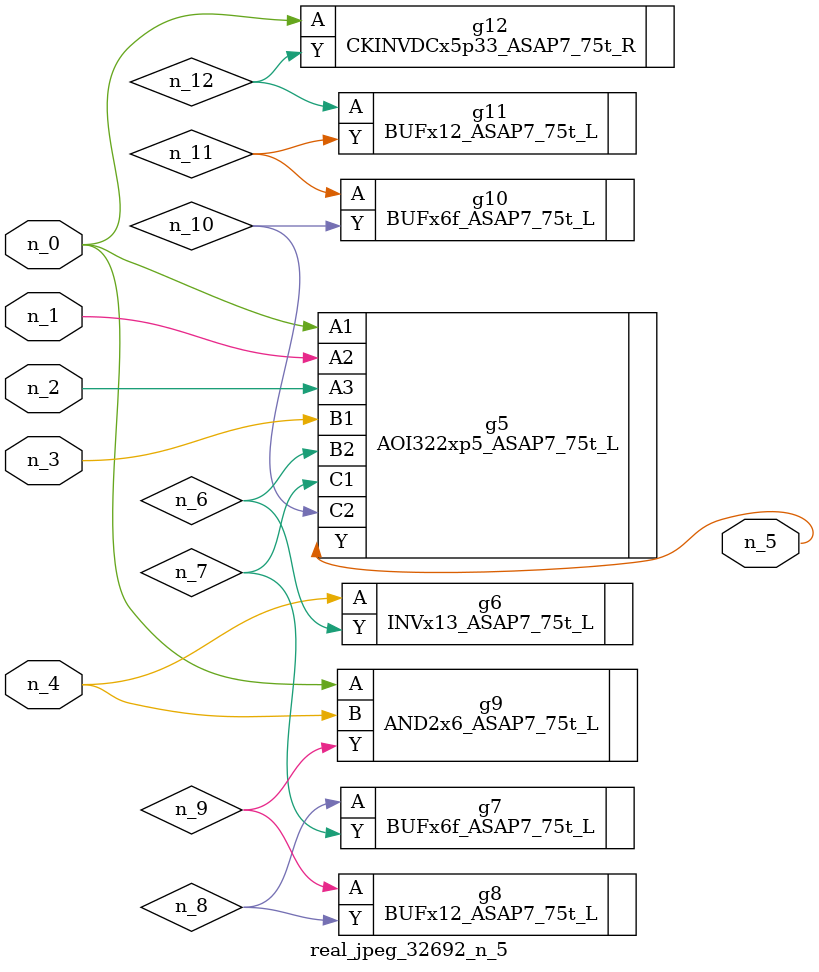
<source format=v>
module real_jpeg_32692_n_5 (n_4, n_0, n_1, n_2, n_3, n_5);

input n_4;
input n_0;
input n_1;
input n_2;
input n_3;

output n_5;

wire n_12;
wire n_8;
wire n_11;
wire n_6;
wire n_7;
wire n_10;
wire n_9;

AOI322xp5_ASAP7_75t_L g5 ( 
.A1(n_0),
.A2(n_1),
.A3(n_2),
.B1(n_3),
.B2(n_6),
.C1(n_7),
.C2(n_10),
.Y(n_5)
);

AND2x6_ASAP7_75t_L g9 ( 
.A(n_0),
.B(n_4),
.Y(n_9)
);

CKINVDCx5p33_ASAP7_75t_R g12 ( 
.A(n_0),
.Y(n_12)
);

INVx13_ASAP7_75t_L g6 ( 
.A(n_4),
.Y(n_6)
);

BUFx6f_ASAP7_75t_L g7 ( 
.A(n_8),
.Y(n_7)
);

BUFx12_ASAP7_75t_L g8 ( 
.A(n_9),
.Y(n_8)
);

BUFx6f_ASAP7_75t_L g10 ( 
.A(n_11),
.Y(n_10)
);

BUFx12_ASAP7_75t_L g11 ( 
.A(n_12),
.Y(n_11)
);


endmodule
</source>
